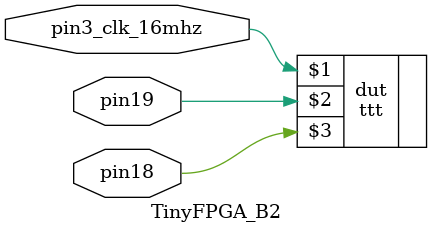
<source format=v>

`include "ttt.v"
`default_nettype none

module TinyFPGA_B2 (
  //output pin1_usb_dp,
  //inout pin2_usb_dn,
  input pin3_clk_16mhz,
  //output pin4,
  //output pin5,
  //output pin6,
  //output pin7,
  //output pin8,
  //output pin9,
  //output pin10,
  //output pin11,
  //output pin12,
  //output pin13,
  //inout pin14_sdo,
  //inout pin15_sdi,
  //inout pin16_sck,
  //inout pin17_ss,
  inout pin18,			// Rx from the computer
  inout pin19,			// Tx to the computer
  //inout pin20,
  //inout pin21,
  //inout pin22,
  //inout pin23,
  //inout pin24

);

  ttt	#(16_000_000, 115_200)
	dut(pin3_clk_16mhz, pin19, pin18);

endmodule

</source>
